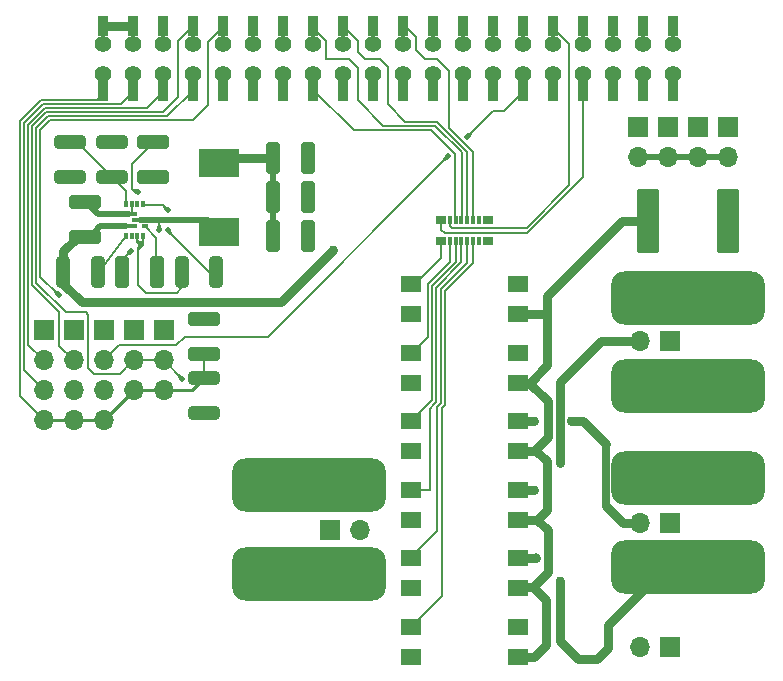
<source format=gbr>
%TF.GenerationSoftware,KiCad,Pcbnew,8.0.2*%
%TF.CreationDate,2024-06-08T15:50:04-05:00*%
%TF.ProjectId,kstars-ekos-smd,6b737461-7273-42d6-956b-6f732d736d64,rev?*%
%TF.SameCoordinates,Original*%
%TF.FileFunction,Copper,L1,Top*%
%TF.FilePolarity,Positive*%
%FSLAX46Y46*%
G04 Gerber Fmt 4.6, Leading zero omitted, Abs format (unit mm)*
G04 Created by KiCad (PCBNEW 8.0.2) date 2024-06-08 15:50:04*
%MOMM*%
%LPD*%
G01*
G04 APERTURE LIST*
G04 Aperture macros list*
%AMRoundRect*
0 Rectangle with rounded corners*
0 $1 Rounding radius*
0 $2 $3 $4 $5 $6 $7 $8 $9 X,Y pos of 4 corners*
0 Add a 4 corners polygon primitive as box body*
4,1,4,$2,$3,$4,$5,$6,$7,$8,$9,$2,$3,0*
0 Add four circle primitives for the rounded corners*
1,1,$1+$1,$2,$3*
1,1,$1+$1,$4,$5*
1,1,$1+$1,$6,$7*
1,1,$1+$1,$8,$9*
0 Add four rect primitives between the rounded corners*
20,1,$1+$1,$2,$3,$4,$5,0*
20,1,$1+$1,$4,$5,$6,$7,0*
20,1,$1+$1,$6,$7,$8,$9,0*
20,1,$1+$1,$8,$9,$2,$3,0*%
G04 Aperture macros list end*
%TA.AperFunction,Conductor*%
%ADD10C,0.152400*%
%TD*%
%TA.AperFunction,SMDPad,CuDef*%
%ADD11R,1.701800X1.397000*%
%TD*%
%TA.AperFunction,SMDPad,CuDef*%
%ADD12RoundRect,0.250000X0.325000X1.100000X-0.325000X1.100000X-0.325000X-1.100000X0.325000X-1.100000X0*%
%TD*%
%TA.AperFunction,ComponentPad*%
%ADD13O,1.700000X1.700000*%
%TD*%
%TA.AperFunction,ComponentPad*%
%ADD14R,1.700000X1.700000*%
%TD*%
%TA.AperFunction,SMDPad,CuDef*%
%ADD15RoundRect,0.250000X-0.312500X-1.075000X0.312500X-1.075000X0.312500X1.075000X-0.312500X1.075000X0*%
%TD*%
%TA.AperFunction,SMDPad,CuDef*%
%ADD16R,3.429000X2.413000*%
%TD*%
%TA.AperFunction,SMDPad,CuDef*%
%ADD17RoundRect,0.250000X1.100000X-0.325000X1.100000X0.325000X-1.100000X0.325000X-1.100000X-0.325000X0*%
%TD*%
%TA.AperFunction,SMDPad,CuDef*%
%ADD18RoundRect,1.125000X5.375000X1.125000X-5.375000X1.125000X-5.375000X-1.125000X5.375000X-1.125000X0*%
%TD*%
%TA.AperFunction,ComponentPad*%
%ADD19C,1.400000*%
%TD*%
%TA.AperFunction,SMDPad,CuDef*%
%ADD20R,0.889000X1.676400*%
%TD*%
%TA.AperFunction,SMDPad,CuDef*%
%ADD21R,0.863600X0.787400*%
%TD*%
%TA.AperFunction,SMDPad,CuDef*%
%ADD22R,0.355600X0.787400*%
%TD*%
%TA.AperFunction,SMDPad,CuDef*%
%ADD23RoundRect,0.250000X1.075000X-0.312500X1.075000X0.312500X-1.075000X0.312500X-1.075000X-0.312500X0*%
%TD*%
%TA.AperFunction,SMDPad,CuDef*%
%ADD24RoundRect,0.250000X-0.325000X-1.100000X0.325000X-1.100000X0.325000X1.100000X-0.325000X1.100000X0*%
%TD*%
%TA.AperFunction,SMDPad,CuDef*%
%ADD25RoundRect,0.250000X-1.100000X0.325000X-1.100000X-0.325000X1.100000X-0.325000X1.100000X0.325000X0*%
%TD*%
%TA.AperFunction,SMDPad,CuDef*%
%ADD26R,1.397000X0.355600*%
%TD*%
%TA.AperFunction,SMDPad,CuDef*%
%ADD27R,0.330200X0.609600*%
%TD*%
%TA.AperFunction,SMDPad,CuDef*%
%ADD28R,0.609600X0.330200*%
%TD*%
%TA.AperFunction,SMDPad,CuDef*%
%ADD29RoundRect,0.250000X0.312500X1.075000X-0.312500X1.075000X-0.312500X-1.075000X0.312500X-1.075000X0*%
%TD*%
%TA.AperFunction,SMDPad,CuDef*%
%ADD30RoundRect,0.250000X-0.712500X-2.475000X0.712500X-2.475000X0.712500X2.475000X-0.712500X2.475000X0*%
%TD*%
%TA.AperFunction,SMDPad,CuDef*%
%ADD31RoundRect,1.125000X-5.375000X-1.125000X5.375000X-1.125000X5.375000X1.125000X-5.375000X1.125000X0*%
%TD*%
%TA.AperFunction,ViaPad*%
%ADD32C,0.508000*%
%TD*%
%TA.AperFunction,ViaPad*%
%ADD33C,0.800000*%
%TD*%
%TA.AperFunction,ViaPad*%
%ADD34C,0.750000*%
%TD*%
%TA.AperFunction,Conductor*%
%ADD35C,0.500000*%
%TD*%
%TA.AperFunction,Conductor*%
%ADD36C,0.750000*%
%TD*%
%TA.AperFunction,Conductor*%
%ADD37C,0.250000*%
%TD*%
%TA.AperFunction,Conductor*%
%ADD38C,0.650000*%
%TD*%
G04 APERTURE END LIST*
D10*
%TO.N,Net-(U1-EN)*%
X148183600Y-97561400D02*
X150418800Y-94513400D01*
%TD*%
D11*
%TO.P,U2,1,1*%
%TO.N,DC1*%
X174591500Y-110143600D03*
%TO.P,U2,2,2*%
%TO.N,GND*%
X174591500Y-112683600D03*
%TO.P,U2,3,3*%
%TO.N,+12V*%
X183608500Y-112683600D03*
%TO.P,U2,4,4*%
%TO.N,Net-(C10-Positive)*%
X183608500Y-110143600D03*
%TD*%
%TO.P,U3,1,1*%
%TO.N,DC2*%
X174591500Y-115943600D03*
%TO.P,U3,2,2*%
%TO.N,GND*%
X174591500Y-118483600D03*
%TO.P,U3,3,3*%
%TO.N,+12V*%
X183608500Y-118483600D03*
%TO.P,U3,4,4*%
%TO.N,Net-(C11-Positive)*%
X183608500Y-115943600D03*
%TD*%
%TO.P,U5,1,1*%
%TO.N,DCX*%
X174591500Y-127543600D03*
%TO.P,U5,2,2*%
%TO.N,GND*%
X174591500Y-130083600D03*
%TO.P,U5,3,3*%
%TO.N,+12V*%
X183608500Y-130083600D03*
%TO.P,U5,4,4*%
%TO.N,Net-(H5-Pad1)*%
X183608500Y-127543600D03*
%TD*%
%TO.P,U6,1,1*%
%TO.N,DH1*%
X174591500Y-98543600D03*
%TO.P,U6,2,2*%
%TO.N,GND*%
X174591500Y-101083600D03*
%TO.P,U6,3,3*%
%TO.N,+12V*%
X183608500Y-101083600D03*
%TO.P,U6,4,4*%
%TO.N,Net-(C8-Positive)*%
X183608500Y-98543600D03*
%TD*%
D12*
%TO.P,C4,1*%
%TO.N,GND*%
X165827000Y-94486000D03*
%TO.P,C4,2*%
%TO.N,+5V*%
X162877000Y-94486000D03*
%TD*%
D13*
%TO.P,H2,1,1*%
%TO.N,+5V*%
X196342000Y-87752000D03*
D14*
%TO.P,H2,2,2*%
%TO.N,GND*%
X196342000Y-85212000D03*
%TD*%
D15*
%TO.P,R1,1*%
%TO.N,+12V*%
X145156980Y-97547000D03*
%TO.P,R1,2*%
%TO.N,Net-(U1-EN)*%
X148081980Y-97547000D03*
%TD*%
D13*
%TO.P,C9,1,Positive*%
%TO.N,Net-(C9-Positive)*%
X170254000Y-119400000D03*
D14*
%TO.P,C9,2,Ground*%
%TO.N,GND*%
X167714000Y-119400000D03*
%TD*%
D13*
%TO.P,C11,1,Positive*%
%TO.N,Net-(C11-Positive)*%
X193934000Y-103378000D03*
D14*
%TO.P,C11,2,Ground*%
%TO.N,GND*%
X196474000Y-103378000D03*
%TD*%
D16*
%TO.P,L1,1,1*%
%TO.N,Net-(U1-SW)*%
X158352000Y-94107000D03*
%TO.P,L1,2,2*%
%TO.N,+5V*%
X158352000Y-88265000D03*
%TD*%
D13*
%TO.P,H1,1,1*%
%TO.N,+5V*%
X193818000Y-87752000D03*
D14*
%TO.P,H1,2,2*%
%TO.N,GND*%
X193818000Y-85212000D03*
%TD*%
D13*
%TO.P,H4,1,1*%
%TO.N,+5V*%
X201390000Y-87752000D03*
D14*
%TO.P,H4,2,2*%
%TO.N,GND*%
X201390000Y-85212000D03*
%TD*%
D13*
%TO.P,C10,1,Positive*%
%TO.N,Net-(C10-Positive)*%
X193934000Y-118800000D03*
D14*
%TO.P,C10,2,Ground*%
%TO.N,GND*%
X196474000Y-118800000D03*
%TD*%
D12*
%TO.P,C6,1*%
%TO.N,GND*%
X165827000Y-91186000D03*
%TO.P,C6,2*%
%TO.N,+5V*%
X162877000Y-91186000D03*
%TD*%
D17*
%TO.P,C2,1*%
%TO.N,GND*%
X152726000Y-89486800D03*
%TO.P,C2,2*%
%TO.N,unconnected-(C2-Pad2)*%
X152726000Y-86536800D03*
%TD*%
D18*
%TO.P,C12,2,Ground*%
%TO.N,GND*%
X198000000Y-115000000D03*
%TO.P,C12,1,Positive*%
%TO.N,Net-(C12-Positive)*%
X198000000Y-122500000D03*
%TD*%
D13*
%TO.P,H5,1,1*%
%TO.N,Net-(H5-Pad1)*%
X193934000Y-129286000D03*
D14*
%TO.P,H5,2,2*%
%TO.N,GND*%
X196474000Y-129286000D03*
%TD*%
D19*
%TO.P,J1,*%
%TO.N,+5V*%
X148470000Y-78180000D03*
%TO.N,+3V3*%
X148470000Y-80720000D03*
%TO.N,+5V*%
X151010000Y-78180000D03*
%TO.N,SDA i2c*%
X151010000Y-80720000D03*
%TO.N,GND*%
X153550000Y-78180000D03*
%TO.N,SCL i2c*%
X153550000Y-80720000D03*
%TO.N,TXD*%
X156090000Y-78180000D03*
%TO.N,Net-(J1-GCLK0{slash}GPIO4)*%
X156090000Y-80720000D03*
%TO.N,RXD*%
X158630000Y-78180000D03*
%TO.N,GND*%
X158630000Y-80720000D03*
%TO.N,*%
X161170000Y-78180000D03*
X161170000Y-80720000D03*
%TO.N,GND*%
X163710000Y-78180000D03*
%TO.N,*%
X163710000Y-80720000D03*
%TO.N,DC_2*%
X166250000Y-78180000D03*
%TO.N,DC_1*%
X166250000Y-80720000D03*
%TO.N,DC_3*%
X168790000Y-78180000D03*
%TO.N,*%
X168790000Y-80720000D03*
%TO.N,GND*%
X171330000Y-78180000D03*
%TO.N,*%
X171330000Y-80720000D03*
X173870000Y-78180000D03*
X173870000Y-80720000D03*
X176410000Y-78180000D03*
X176410000Y-80720000D03*
X178950000Y-78180000D03*
%TO.N,GND*%
X178950000Y-80720000D03*
%TO.N,*%
X181490000Y-78180000D03*
X181490000Y-80720000D03*
%TO.N,GND*%
X184030000Y-78180000D03*
%TO.N,Net-(J1-GCLK1{slash}GPIO5)*%
X184030000Y-80720000D03*
%TO.N,Dew Heater 2*%
X186570000Y-78180000D03*
%TO.N,*%
X186570000Y-80720000D03*
%TO.N,GND*%
X189110000Y-78180000D03*
%TO.N,Dew Heater 1*%
X189110000Y-80720000D03*
%TO.N,*%
X191650000Y-78180000D03*
X191650000Y-80720000D03*
X194190000Y-78180000D03*
X194190000Y-80720000D03*
%TO.N,unconnected-(J1-GPIO21{slash}SCLK1-Pad40)*%
X196730000Y-78180000D03*
%TO.N,GND*%
X196730000Y-80720000D03*
D20*
%TO.P,J1,1,3V3*%
%TO.N,+3V3*%
X148470000Y-82167800D03*
%TO.P,J1,2,5V*%
%TO.N,+5V*%
X148470000Y-76732200D03*
%TO.P,J1,3,SDA/GPIO2*%
%TO.N,SDA i2c*%
X151010000Y-82167800D03*
%TO.P,J1,4,5V*%
%TO.N,+5V*%
X151010000Y-76732200D03*
%TO.P,J1,5,SCL/GPIO3*%
%TO.N,SCL i2c*%
X153550000Y-82167800D03*
%TO.P,J1,6,GND*%
%TO.N,GND*%
X153550000Y-76732200D03*
%TO.P,J1,7,GCLK0/GPIO4*%
%TO.N,Net-(J1-GCLK0{slash}GPIO4)*%
X156090000Y-82167800D03*
%TO.P,J1,8,GPIO14/TXD*%
%TO.N,TXD*%
X156090000Y-76732200D03*
%TO.P,J1,9,GND*%
%TO.N,GND*%
X158630000Y-82167800D03*
%TO.P,J1,10,GPIO15/RXD*%
%TO.N,RXD*%
X158630000Y-76732200D03*
%TO.P,J1,11,GPIO17*%
%TO.N,unconnected-(J1-GPIO17-Pad11)*%
X161170000Y-82167800D03*
%TO.P,J1,12,GPIO18/PWM0*%
%TO.N,unconnected-(J1-GPIO18{slash}PWM0-Pad12)*%
X161170000Y-76732200D03*
%TO.P,J1,13,GPIO27*%
%TO.N,unconnected-(J1-GPIO27-Pad13)*%
X163710000Y-82167800D03*
%TO.P,J1,14,GND*%
%TO.N,GND*%
X163710000Y-76732200D03*
%TO.P,J1,15,GPIO22*%
%TO.N,DC_1*%
X166250000Y-82167800D03*
%TO.P,J1,16,GPIO23*%
%TO.N,DC_2*%
X166250000Y-76732200D03*
%TO.P,J1,17,3V3*%
%TO.N,unconnected-(J1-3V3-Pad17)*%
X168790000Y-82167800D03*
%TO.P,J1,18,GPIO24*%
%TO.N,DC_3*%
X168790000Y-76732200D03*
%TO.P,J1,19,MOSI0/GPIO10*%
%TO.N,unconnected-(J1-MOSI0{slash}GPIO10-Pad19)*%
X171330000Y-82167800D03*
%TO.P,J1,20,GND*%
%TO.N,GND*%
X171330000Y-76732200D03*
%TO.P,J1,21,MISO0/GPIO9*%
%TO.N,unconnected-(J1-MISO0{slash}GPIO9-Pad21)*%
X173870000Y-82167800D03*
%TO.P,J1,22,GPIO25*%
%TO.N,DC_X*%
X173870000Y-76732200D03*
%TO.P,J1,23,SCLK0/GPIO11*%
%TO.N,unconnected-(J1-SCLK0{slash}GPIO11-Pad23)*%
X176410000Y-82167800D03*
%TO.P,J1,24,~{CE0}/GPIO8*%
%TO.N,unconnected-(J1-~{CE0}{slash}GPIO8-Pad24)*%
X176410000Y-76732200D03*
%TO.P,J1,25,GND*%
%TO.N,GND*%
X178950000Y-82167800D03*
%TO.P,J1,26,~{CE1}/GPIO7*%
%TO.N,unconnected-(J1-~{CE1}{slash}GPIO7-Pad26)*%
X178950000Y-76732200D03*
%TO.P,J1,27,ID_SD/GPIO0*%
%TO.N,unconnected-(J1-ID_SD{slash}GPIO0-Pad27)*%
X181490000Y-82167800D03*
%TO.P,J1,28,ID_SC/GPIO1*%
%TO.N,unconnected-(J1-ID_SC{slash}GPIO1-Pad28)*%
X181490000Y-76732200D03*
%TO.P,J1,29,GCLK1/GPIO5*%
%TO.N,Net-(J1-GCLK1{slash}GPIO5)*%
X184030000Y-82167800D03*
%TO.P,J1,30,GND*%
%TO.N,GND*%
X184030000Y-76732200D03*
%TO.P,J1,31,GCLK2/GPIO6*%
%TO.N,unconnected-(J1-GCLK2{slash}GPIO6-Pad31)*%
X186570000Y-82167800D03*
%TO.P,J1,32,PWM0/GPIO12*%
%TO.N,Dew Heater 2*%
X186570000Y-76732200D03*
%TO.P,J1,33,PWM1/GPIO13*%
%TO.N,Dew Heater 1*%
X189110000Y-82167800D03*
%TO.P,J1,34,GND*%
%TO.N,GND*%
X189110000Y-76732200D03*
%TO.P,J1,35,GPIO19/MISO1*%
%TO.N,unconnected-(J1-GPIO19{slash}MISO1-Pad35)*%
X191650000Y-82167800D03*
%TO.P,J1,36,GPIO16*%
%TO.N,unconnected-(J1-GPIO16-Pad36)*%
X191650000Y-76732200D03*
%TO.P,J1,37,GPIO26*%
%TO.N,unconnected-(J1-GPIO26-Pad37)*%
X194190000Y-82167800D03*
%TO.P,J1,38,GPIO20/MOSI1*%
%TO.N,unconnected-(J1-GPIO20{slash}MOSI1-Pad38)*%
X194190000Y-76732200D03*
%TO.P,J1,39,GND*%
%TO.N,GND*%
X196730000Y-82167800D03*
%TO.P,J1,40,GPIO21/SCLK1*%
%TO.N,unconnected-(J1-GPIO21{slash}SCLK1-Pad40)*%
X196730000Y-76732200D03*
%TD*%
D21*
%TO.P,R6,1*%
%TO.N,unconnected-(R6-Pad1)*%
X181081200Y-93099200D03*
D22*
%TO.P,R6,2*%
%TO.N,unconnected-(R6-Pad2)*%
X180333678Y-93099200D03*
%TO.P,R6,3*%
%TO.N,DC_X*%
X179840156Y-93099200D03*
%TO.P,R6,4*%
%TO.N,DC_3*%
X179346634Y-93099200D03*
%TO.P,R6,5*%
%TO.N,DC_2*%
X178853112Y-93099200D03*
%TO.P,R6,6*%
%TO.N,DC_1*%
X178359590Y-93099200D03*
%TO.P,R6,7*%
%TO.N,Dew Heater 2*%
X177866068Y-93099200D03*
D21*
%TO.P,R6,8*%
%TO.N,Dew Heater 1*%
X177118800Y-93099200D03*
%TO.P,R6,9*%
%TO.N,DH1*%
X177118800Y-94928000D03*
D22*
%TO.P,R6,10*%
%TO.N,DH2*%
X177866068Y-94928000D03*
%TO.P,R6,11*%
%TO.N,DC1*%
X178359590Y-94928000D03*
%TO.P,R6,12*%
%TO.N,DC2*%
X178853112Y-94928000D03*
%TO.P,R6,13*%
%TO.N,DC3*%
X179346634Y-94928000D03*
%TO.P,R6,14*%
%TO.N,DCX*%
X179840156Y-94928000D03*
%TO.P,R6,15*%
%TO.N,unconnected-(R6-Pad15)*%
X180333678Y-94928000D03*
D21*
%TO.P,R6,16*%
%TO.N,unconnected-(R6-Pad16)*%
X181081200Y-94928000D03*
%TD*%
D14*
%TO.P,J4,1,Pin_1*%
%TO.N,GND*%
X151100000Y-102474000D03*
D13*
%TO.P,J4,2,Pin_2*%
%TO.N,Net-(J1-GCLK0{slash}GPIO4)*%
X151100000Y-105014000D03*
%TO.P,J4,3,Pin_3*%
%TO.N,+3V3*%
X151100000Y-107554000D03*
%TD*%
D18*
%TO.P,C13,1,Positive*%
%TO.N,Net-(C13-Positive)*%
X198000000Y-107200000D03*
%TO.P,C13,2,Ground*%
%TO.N,GND*%
X198000000Y-99700000D03*
%TD*%
D17*
%TO.P,C5,1*%
%TO.N,+3V3*%
X157060000Y-104449000D03*
%TO.P,C5,2*%
%TO.N,GND*%
X157060000Y-101499000D03*
%TD*%
D14*
%TO.P,J3,1,Pin_1*%
%TO.N,GND*%
X146020000Y-102474000D03*
D13*
%TO.P,J3,2,Pin_2*%
%TO.N,TXD*%
X146020000Y-105014000D03*
%TO.P,J3,3,Pin_3*%
%TO.N,RXD*%
X146020000Y-107554000D03*
%TO.P,J3,4,Pin_4*%
%TO.N,+3V3*%
X146020000Y-110094000D03*
%TD*%
D23*
%TO.P,R4,1*%
%TO.N,Net-(U1-FB)*%
X149226000Y-89474300D03*
%TO.P,R4,2*%
%TO.N,GND*%
X149226000Y-86549300D03*
%TD*%
D24*
%TO.P,C3,1*%
%TO.N,Net-(U1-SW)*%
X150144480Y-97547000D03*
%TO.P,C3,2*%
%TO.N,Net-(U1-BST)*%
X153094480Y-97547000D03*
%TD*%
D25*
%TO.P,C1,1*%
%TO.N,GND*%
X147007000Y-91572000D03*
%TO.P,C1,2*%
%TO.N,+12V*%
X147007000Y-94522000D03*
%TD*%
D13*
%TO.P,H3,1,1*%
%TO.N,+5V*%
X198866000Y-87752000D03*
D14*
%TO.P,H3,2,2*%
%TO.N,GND*%
X198866000Y-85212000D03*
%TD*%
D26*
%TO.P,U1,1,PGND*%
%TO.N,GND*%
X150719500Y-92647000D03*
%TO.P,U1,2,VIN*%
%TO.N,+12V*%
X150719500Y-93647000D03*
D27*
%TO.P,U1,3,EN*%
%TO.N,Net-(U1-EN)*%
X150419489Y-94497000D03*
%TO.P,U1,4,MODE*%
%TO.N,unconnected-(U1-MODE-Pad4)*%
X150919490Y-94497000D03*
%TO.P,U1,5,FSEL*%
%TO.N,unconnected-(C2-Pad2)*%
X151419490Y-94497000D03*
%TO.P,U1,6,PG*%
X151919491Y-94497000D03*
D28*
%TO.P,U1,7,BST*%
%TO.N,Net-(U1-BST)*%
X152022666Y-93659701D03*
D26*
%TO.P,U1,8,SW*%
%TO.N,Net-(U1-SW)*%
X151619480Y-93147000D03*
D27*
%TO.P,U1,9,VCC*%
%TO.N,Net-(U1-VCC)*%
X151919491Y-91797000D03*
%TO.P,U1,10,SS/TR*%
%TO.N,unconnected-(U1-SS{slash}TR-Pad10)*%
X151419490Y-91797000D03*
%TO.P,U1,11,GND*%
%TO.N,GND*%
X150919490Y-91797000D03*
%TO.P,U1,12,FB*%
%TO.N,Net-(U1-FB)*%
X150419489Y-91797000D03*
%TD*%
D23*
%TO.P,R3,1*%
%TO.N,Net-(J1-GCLK0{slash}GPIO4)*%
X157060000Y-109436500D03*
%TO.P,R3,2*%
%TO.N,+3V3*%
X157060000Y-106511500D03*
%TD*%
D29*
%TO.P,R2,1*%
%TO.N,Net-(U1-VCC)*%
X158081980Y-97547000D03*
%TO.P,R2,2*%
%TO.N,unconnected-(C2-Pad2)*%
X155156980Y-97547000D03*
%TD*%
D30*
%TO.P,F1,1*%
%TO.N,+12V*%
X194612500Y-93218000D03*
%TO.P,F1,2*%
%TO.N,Net-(C13-Positive)*%
X201387500Y-93218000D03*
%TD*%
D14*
%TO.P,J6,1,Pin_1*%
%TO.N,GND*%
X143480000Y-102474000D03*
D13*
%TO.P,J6,2,Pin_2*%
%TO.N,SCL i2c*%
X143480000Y-105014000D03*
%TO.P,J6,3,Pin_3*%
%TO.N,SDA i2c*%
X143480000Y-107554000D03*
%TO.P,J6,4,Pin_4*%
%TO.N,+3V3*%
X143480000Y-110094000D03*
%TD*%
D14*
%TO.P,J2,1,Pin_1*%
%TO.N,GND*%
X153640000Y-102474000D03*
D13*
%TO.P,J2,2,Pin_2*%
%TO.N,Net-(J1-GCLK0{slash}GPIO4)*%
X153640000Y-105014000D03*
%TO.P,J2,3,Pin_3*%
%TO.N,+3V3*%
X153640000Y-107554000D03*
%TD*%
D12*
%TO.P,C7,1*%
%TO.N,GND*%
X165827000Y-87886000D03*
%TO.P,C7,2*%
%TO.N,+5V*%
X162877000Y-87886000D03*
%TD*%
D11*
%TO.P,U4,1,1*%
%TO.N,DC3*%
X174591500Y-121743600D03*
%TO.P,U4,2,2*%
%TO.N,GND*%
X174591500Y-124283600D03*
%TO.P,U4,3,3*%
%TO.N,+12V*%
X183608500Y-124283600D03*
%TO.P,U4,4,4*%
%TO.N,Net-(C12-Positive)*%
X183608500Y-121743600D03*
%TD*%
D14*
%TO.P,J5,1,Pin_1*%
%TO.N,GND*%
X148560000Y-102474000D03*
D13*
%TO.P,J5,2,Pin_2*%
%TO.N,Net-(J1-GCLK1{slash}GPIO5)*%
X148560000Y-105014000D03*
%TO.P,J5,3,Pin_3*%
%TO.N,unconnected-(J5-Pin_3-Pad3)*%
X148560000Y-107554000D03*
%TO.P,J5,4,Pin_4*%
%TO.N,+3V3*%
X148560000Y-110094000D03*
%TD*%
D11*
%TO.P,U7,1,1*%
%TO.N,DH2*%
X174591500Y-104343600D03*
%TO.P,U7,2,2*%
%TO.N,GND*%
X174591500Y-106883600D03*
%TO.P,U7,3,3*%
%TO.N,+12V*%
X183608500Y-106883600D03*
%TO.P,U7,4,4*%
%TO.N,Net-(C9-Positive)*%
X183608500Y-104343600D03*
%TD*%
D31*
%TO.P,C8,1,Positive*%
%TO.N,Net-(C8-Positive)*%
X165954000Y-115600000D03*
%TO.P,C8,2,Ground*%
%TO.N,GND*%
X165954000Y-123100000D03*
%TD*%
D23*
%TO.P,R5,1*%
%TO.N,+5V*%
X145726000Y-89474300D03*
%TO.P,R5,2*%
%TO.N,Net-(U1-FB)*%
X145726000Y-86549300D03*
%TD*%
D32*
%TO.N,GND*%
X165354000Y-123100000D03*
X174591500Y-112683600D03*
X194001000Y-100868000D03*
X161954000Y-124400000D03*
X199800000Y-115000000D03*
X196201000Y-100868000D03*
X198501000Y-100868000D03*
X195101000Y-98268000D03*
X194001000Y-99568000D03*
X198700000Y-115000000D03*
X196400000Y-113700000D03*
X192801000Y-99568000D03*
X197401000Y-100868000D03*
X167554000Y-121800000D03*
X195101000Y-99568000D03*
X197401000Y-98268000D03*
X198700000Y-113700000D03*
X198700000Y-116300000D03*
X199601000Y-100868000D03*
X166454000Y-123100000D03*
X170954000Y-124400000D03*
X192801000Y-100868000D03*
X165813000Y-94010000D03*
X200801000Y-100868000D03*
X197600000Y-115000000D03*
X169854000Y-123100000D03*
X199601000Y-99568000D03*
X170954000Y-121800000D03*
X203001000Y-98268000D03*
X164154000Y-121800000D03*
X165354000Y-124400000D03*
X196201000Y-98268000D03*
X169854000Y-121800000D03*
X201901000Y-100868000D03*
X194200000Y-113700000D03*
X161954000Y-121800000D03*
X194200000Y-115000000D03*
X194001000Y-98268000D03*
X195101000Y-100868000D03*
X170954000Y-123100000D03*
X195300000Y-116300000D03*
X160754000Y-121800000D03*
X203001000Y-99568000D03*
X196400000Y-115000000D03*
X160754000Y-124400000D03*
X167554000Y-124400000D03*
X174591500Y-130083600D03*
X165827000Y-87886000D03*
X202100000Y-113700000D03*
X199800000Y-113700000D03*
X174591500Y-124283600D03*
X203001000Y-100868000D03*
X197600000Y-116300000D03*
X195300000Y-115000000D03*
X202100000Y-115000000D03*
X201901000Y-98268000D03*
X174591500Y-106883600D03*
X168754000Y-124400000D03*
X167554000Y-123100000D03*
X201000000Y-116300000D03*
X164154000Y-124400000D03*
X199800000Y-116300000D03*
X200801000Y-99568000D03*
X203200000Y-113700000D03*
X203200000Y-115000000D03*
X163054000Y-123100000D03*
D33*
X146989800Y-91567000D03*
D32*
X196400000Y-116300000D03*
X157060000Y-101499000D03*
X193000000Y-116300000D03*
X195300000Y-113700000D03*
X174591500Y-118483600D03*
X202100000Y-116300000D03*
X169854000Y-124400000D03*
X165354000Y-121800000D03*
X194200000Y-116300000D03*
X168754000Y-123100000D03*
X197600000Y-113700000D03*
X203200000Y-116300000D03*
X166454000Y-121800000D03*
X200801000Y-98268000D03*
X201000000Y-113700000D03*
X192801000Y-98268000D03*
X168754000Y-121800000D03*
X174591500Y-101083600D03*
X161954000Y-123100000D03*
X198501000Y-99568000D03*
X199601000Y-98268000D03*
X193000000Y-113700000D03*
X198501000Y-98268000D03*
X152726000Y-89486800D03*
X201000000Y-115000000D03*
X160754000Y-123100000D03*
X165827000Y-91186000D03*
X201901000Y-99568000D03*
X197401000Y-99568000D03*
X196201000Y-99568000D03*
X163054000Y-121800000D03*
X149226000Y-86549300D03*
X166454000Y-124400000D03*
X163054000Y-124400000D03*
X164154000Y-123100000D03*
X193000000Y-115000000D03*
D34*
%TO.N,+12V*%
X194612500Y-93218000D03*
X167983018Y-95694382D03*
D32*
%TO.N,Net-(U1-VCC)*%
X154012900Y-92303600D03*
X154012900Y-93975351D03*
%TO.N,+5V*%
X145669000Y-89458800D03*
X148463000Y-76708000D03*
D34*
X158352000Y-88265000D03*
X162877000Y-87886000D03*
D32*
%TO.N,Net-(J1-GCLK0{slash}GPIO4)*%
X155168600Y-106603800D03*
X157073600Y-109440600D03*
%TO.N,unconnected-(C2-Pad2)*%
X151501500Y-90728800D03*
X151688800Y-95240500D03*
%TO.N,Net-(J1-GCLK1{slash}GPIO5)*%
X177741852Y-87704136D03*
X179349400Y-86106000D03*
%TO.N,RXD*%
X144754600Y-99491800D03*
%TO.N,Net-(U1-SW)*%
X150830500Y-95758000D03*
X153276649Y-93975351D03*
%TO.N,Net-(C13-Positive)*%
X195100000Y-107188000D03*
X196200000Y-108488000D03*
X197400000Y-108488000D03*
X200800000Y-108488000D03*
X196200000Y-105888000D03*
X199600000Y-108488000D03*
X195100000Y-108488000D03*
X192800000Y-105888000D03*
X201900000Y-107188000D03*
X192800000Y-108488000D03*
X194000000Y-105888000D03*
X203000000Y-108488000D03*
X194000000Y-107188000D03*
X195100000Y-105888000D03*
X201900000Y-108488000D03*
X194000000Y-108488000D03*
X192800000Y-107188000D03*
X197400000Y-105888000D03*
X199600000Y-105888000D03*
X198500000Y-107188000D03*
X198500000Y-108488000D03*
X200800000Y-107188000D03*
X198500000Y-105888000D03*
X197400000Y-107188000D03*
X203000000Y-107188000D03*
X201900000Y-105888000D03*
X199600000Y-107188000D03*
X203000000Y-105888000D03*
X200800000Y-105888000D03*
X196200000Y-107188000D03*
D34*
X201387500Y-93218000D03*
D32*
%TO.N,Net-(C12-Positive)*%
X197500000Y-121200000D03*
X199700000Y-121200000D03*
X192900000Y-121200000D03*
D33*
X185129400Y-121743600D03*
D32*
X203100000Y-121200000D03*
X203100000Y-123800000D03*
X200900000Y-122500000D03*
X196300000Y-121200000D03*
X198600000Y-122500000D03*
D34*
X187200000Y-123698000D03*
D32*
X195200000Y-122500000D03*
X197500000Y-123800000D03*
X195200000Y-121200000D03*
X196300000Y-123800000D03*
X202000000Y-123800000D03*
X199700000Y-123800000D03*
X200900000Y-121200000D03*
X195200000Y-123800000D03*
X203100000Y-122500000D03*
X202000000Y-121200000D03*
X202000000Y-122500000D03*
X194100000Y-121200000D03*
X192900000Y-123800000D03*
X194100000Y-123800000D03*
X197500000Y-122500000D03*
X194100000Y-122500000D03*
X198600000Y-123800000D03*
X200900000Y-123800000D03*
X199700000Y-122500000D03*
X192900000Y-122500000D03*
X198600000Y-121200000D03*
X196300000Y-122500000D03*
D34*
%TO.N,Net-(C11-Positive)*%
X187198000Y-113665000D03*
X184970600Y-115943600D03*
%TO.N,Net-(H5-Pad1)*%
X183515000Y-127635000D03*
%TO.N,Net-(C10-Positive)*%
X185012600Y-110143600D03*
X188148000Y-110109000D03*
D32*
%TO.N,Net-(C9-Positive)*%
X183608500Y-104343600D03*
%TO.N,Net-(C8-Positive)*%
X167554000Y-116900000D03*
X160754000Y-116900000D03*
X169854000Y-115600000D03*
X170954000Y-115600000D03*
X166454000Y-115600000D03*
X164154000Y-115600000D03*
X165354000Y-114300000D03*
X169854000Y-116900000D03*
X166454000Y-116900000D03*
X167554000Y-114300000D03*
X167554000Y-115600000D03*
X170954000Y-116900000D03*
X161954000Y-116900000D03*
X165354000Y-115600000D03*
X160754000Y-115600000D03*
X170954000Y-114300000D03*
X160754000Y-114300000D03*
X168754000Y-115600000D03*
X164154000Y-114300000D03*
X165354000Y-116900000D03*
X169854000Y-114300000D03*
X161954000Y-115600000D03*
X183608500Y-98543600D03*
X168754000Y-116900000D03*
X163054000Y-114300000D03*
X164154000Y-116900000D03*
X163054000Y-116900000D03*
X168754000Y-114300000D03*
X161954000Y-114300000D03*
X163054000Y-115600000D03*
X166454000Y-114300000D03*
D34*
%TO.N,Net-(C13-Positive)*%
X198000000Y-107200000D03*
%TD*%
D35*
%TO.N,GND*%
X150719500Y-92647000D02*
X148082000Y-92647000D01*
X148082000Y-92647000D02*
X147002000Y-91567000D01*
D10*
X150919490Y-92447010D02*
X150919490Y-91797000D01*
X150719500Y-92647000D02*
X150919490Y-92447010D01*
D36*
%TO.N,+12V*%
X186182000Y-108467703D02*
X184597897Y-106883600D01*
X184894000Y-124206000D02*
X183578500Y-124206000D01*
X183608500Y-112683600D02*
X185200600Y-112683600D01*
X192455800Y-93218000D02*
X194612500Y-93218000D01*
X186182000Y-119380000D02*
X186182000Y-122918000D01*
X185200600Y-112683600D02*
X186055000Y-113538000D01*
X183608500Y-101083600D02*
X186104900Y-101083600D01*
X186182000Y-111490976D02*
X186182000Y-108467703D01*
X185285600Y-118483600D02*
X186182000Y-119380000D01*
X185016400Y-130083600D02*
X183608500Y-130083600D01*
D35*
X147396000Y-94522000D02*
X148271000Y-93647000D01*
D36*
X186000000Y-125312000D02*
X186000000Y-129100000D01*
X184597897Y-106883600D02*
X183608500Y-106883600D01*
X167983018Y-95694382D02*
X163576000Y-100101400D01*
X186055000Y-117714200D02*
X185285600Y-118483600D01*
X184894000Y-124206000D02*
X186000000Y-125312000D01*
X145156980Y-98547980D02*
X145156980Y-95762020D01*
X163576000Y-100101400D02*
X146710400Y-100101400D01*
X145156980Y-95762020D02*
X146397000Y-94522000D01*
X183608500Y-112683600D02*
X184989376Y-112683600D01*
X186055000Y-113538000D02*
X186055000Y-117714200D01*
X186104900Y-101083600D02*
X186104900Y-99568900D01*
X183608500Y-106883600D02*
X184632200Y-106883600D01*
X184989376Y-112683600D02*
X186182000Y-111490976D01*
D35*
X148271000Y-93647000D02*
X150470980Y-93647000D01*
D36*
X186182000Y-122918000D02*
X184894000Y-124206000D01*
X146710400Y-100101400D02*
X145156980Y-98547980D01*
X186104900Y-99568900D02*
X192455800Y-93218000D01*
X186104900Y-105410900D02*
X186104900Y-101083600D01*
X184632200Y-106883600D02*
X186104900Y-105410900D01*
X183608500Y-118483600D02*
X185285600Y-118483600D01*
X186000000Y-129100000D02*
X185016400Y-130083600D01*
D10*
%TO.N,Net-(U1-VCC)*%
X153543000Y-91821000D02*
X151947995Y-91821000D01*
X154012900Y-93975351D02*
X154012900Y-94051551D01*
X154025600Y-92303600D02*
X153543000Y-91821000D01*
X154012900Y-94051551D02*
X157618000Y-97656651D01*
%TO.N,Dew Heater 2*%
X177866068Y-93624141D02*
X177866068Y-93099200D01*
X187960000Y-90170000D02*
X184360900Y-93769100D01*
X184360900Y-93769100D02*
X178011027Y-93769100D01*
X186611906Y-76841350D02*
X187960000Y-78189444D01*
X187960000Y-78189444D02*
X187960000Y-90170000D01*
X178011027Y-93769100D02*
X177866068Y-93624141D01*
%TO.N,Dew Heater 1*%
X189110000Y-82167800D02*
X189110000Y-89518368D01*
X177419000Y-94234000D02*
X177118800Y-93933800D01*
X177118800Y-93933800D02*
X177118800Y-93099200D01*
X184394368Y-94234000D02*
X177419000Y-94234000D01*
X189110000Y-89518368D02*
X184394368Y-94234000D01*
%TO.N,DC_X*%
X175006000Y-78740000D02*
X175768000Y-79502000D01*
X173988500Y-76579500D02*
X175006000Y-77597000D01*
X175768000Y-79502000D02*
X176812556Y-79502000D01*
X177800000Y-85319142D02*
X179840156Y-87359298D01*
X177800000Y-80489444D02*
X177800000Y-85319142D01*
X175006000Y-77597000D02*
X175006000Y-78740000D01*
X179840156Y-87359298D02*
X179840156Y-93099200D01*
X176812556Y-79502000D02*
X177800000Y-80489444D01*
%TO.N,DC_3*%
X171958000Y-79502000D02*
X172593000Y-80137000D01*
X172593000Y-80137000D02*
X172593000Y-83312000D01*
X170683844Y-79502000D02*
X171958000Y-79502000D01*
X168789350Y-76708000D02*
X170053000Y-77971650D01*
X179346634Y-87364144D02*
X179346634Y-93099200D01*
X170053000Y-77971650D02*
X170053000Y-78871156D01*
X172593000Y-83312000D02*
X174098000Y-84817000D01*
X174098000Y-84817000D02*
X176799490Y-84817000D01*
X176799490Y-84817000D02*
X179346634Y-87364144D01*
X170053000Y-78871156D02*
X170683844Y-79502000D01*
%TO.N,DC_2*%
X172240600Y-85169400D02*
X176653521Y-85169400D01*
X170053000Y-82981800D02*
X172240600Y-85169400D01*
X170053000Y-80264000D02*
X170053000Y-82981800D01*
X169291000Y-79502000D02*
X170053000Y-80264000D01*
X176653521Y-85169400D02*
X178866800Y-87382679D01*
X167386000Y-79502000D02*
X169291000Y-79502000D01*
X178866800Y-87382679D02*
X178866800Y-93085512D01*
X166284056Y-76833500D02*
X167386000Y-77935444D01*
X167386000Y-77935444D02*
X167386000Y-79502000D01*
%TO.N,DC_1*%
X178346188Y-87558655D02*
X178346188Y-93085798D01*
X166370000Y-82169000D02*
X169722800Y-85521800D01*
X176309333Y-85521800D02*
X178346188Y-87558655D01*
X169722800Y-85521800D02*
X176309333Y-85521800D01*
D36*
%TO.N,+5V*%
X148470000Y-76732200D02*
X151010000Y-76732200D01*
D35*
X196342000Y-87752000D02*
X198866000Y-87752000D01*
D36*
X158707600Y-87909400D02*
X162853600Y-87909400D01*
D35*
X198866000Y-87752000D02*
X201390000Y-87752000D01*
X162863000Y-87900000D02*
X162863000Y-94472000D01*
X193818000Y-87752000D02*
X196342000Y-87752000D01*
D10*
%TO.N,Net-(U1-FB)*%
X149226000Y-89474300D02*
X146301000Y-86549300D01*
X150419489Y-90667789D02*
X149226000Y-89474300D01*
X150419489Y-91797000D02*
X150419489Y-90667789D01*
%TO.N,Net-(J1-GCLK0{slash}GPIO4)*%
X155182852Y-106556852D02*
X153640000Y-105014000D01*
X155182852Y-106618790D02*
X155182852Y-106556852D01*
X156083000Y-82175350D02*
X153918950Y-84339400D01*
X143850704Y-84339400D02*
X142846400Y-85343704D01*
X147726400Y-106146600D02*
X149936200Y-106146600D01*
X145374600Y-100950000D02*
X147036000Y-100950000D01*
X142846400Y-85343704D02*
X142846400Y-98421800D01*
X153918950Y-84339400D02*
X143850704Y-84339400D01*
X147269200Y-105689400D02*
X147726400Y-106146600D01*
X147269200Y-101183200D02*
X147269200Y-105689400D01*
X149936200Y-106146600D02*
X151068800Y-105014000D01*
X147036000Y-100950000D02*
X147269200Y-101183200D01*
X142846400Y-98421800D02*
X145374600Y-100950000D01*
X153640000Y-105014000D02*
X151100000Y-105014000D01*
%TO.N,+3V3*%
X143266830Y-82929800D02*
X141436800Y-84759830D01*
X157073600Y-106497900D02*
X157073600Y-104579400D01*
D37*
X148560000Y-110094000D02*
X151100000Y-107554000D01*
X143540000Y-110094000D02*
X148560000Y-110094000D01*
D10*
X147959375Y-82929800D02*
X143266830Y-82929800D01*
X141436800Y-108050800D02*
X143480000Y-110094000D01*
X141436800Y-84759830D02*
X141436800Y-108050800D01*
X148466175Y-82423000D02*
X147959375Y-82929800D01*
D37*
X156017500Y-107554000D02*
X157060000Y-106511500D01*
X151100000Y-107554000D02*
X156017500Y-107554000D01*
D10*
%TO.N,unconnected-(C2-Pad2)*%
X151919491Y-95009809D02*
X151688800Y-95240500D01*
X151206200Y-90728800D02*
X150977600Y-90500200D01*
X152181600Y-99288600D02*
X154726900Y-99288600D01*
X155129500Y-98886000D02*
X155129500Y-97561000D01*
X151688800Y-95240500D02*
X151494000Y-95435300D01*
X151419490Y-94971190D02*
X151419490Y-94497000D01*
X151688800Y-95240500D02*
X151419490Y-94971190D01*
X151494000Y-95435300D02*
X151494000Y-98601000D01*
X154726900Y-99288600D02*
X155129500Y-98886000D01*
X150977600Y-90500200D02*
X150977600Y-88341200D01*
X151919491Y-94497000D02*
X151919491Y-95009809D01*
X151501500Y-90728800D02*
X151206200Y-90728800D01*
X150977600Y-88341200D02*
X152782000Y-86536800D01*
X151494000Y-98601000D02*
X152181600Y-99288600D01*
%TO.N,SDA i2c*%
X141789200Y-84905799D02*
X141789200Y-105863200D01*
X150023150Y-83282200D02*
X143412799Y-83282200D01*
X143412799Y-83282200D02*
X141789200Y-84905799D01*
X151003000Y-82302350D02*
X150023150Y-83282200D01*
X141789200Y-105863200D02*
X143480000Y-107554000D01*
%TO.N,Net-(J1-GCLK1{slash}GPIO5)*%
X181559200Y-83896200D02*
X182429150Y-83896200D01*
X155413114Y-102989000D02*
X154668514Y-103733600D01*
X154668514Y-103733600D02*
X149840400Y-103733600D01*
X162441000Y-102989000D02*
X155413114Y-102989000D01*
X182429150Y-83896200D02*
X184150000Y-82175350D01*
X149840400Y-103733600D02*
X148560000Y-105014000D01*
X177725864Y-87704136D02*
X162441000Y-102989000D01*
X179349400Y-86106000D02*
X181559200Y-83896200D01*
X177741852Y-87704136D02*
X177725864Y-87704136D01*
%TO.N,RXD*%
X144754600Y-99491800D02*
X143198800Y-97936000D01*
X157353000Y-78076444D02*
X158600794Y-76828650D01*
X143198800Y-85489672D02*
X143996672Y-84691800D01*
X157353000Y-83421914D02*
X157353000Y-78076444D01*
X143198800Y-97936000D02*
X143198800Y-85489672D01*
X143996672Y-84691800D02*
X156083114Y-84691800D01*
X156083114Y-84691800D02*
X157353000Y-83421914D01*
%TO.N,TXD*%
X142494000Y-98602800D02*
X144780000Y-100888800D01*
X156083000Y-76714350D02*
X154813000Y-77984350D01*
X153565900Y-83987000D02*
X143704736Y-83987000D01*
X144780000Y-103774000D02*
X146020000Y-105014000D01*
X154813000Y-82739900D02*
X153565900Y-83987000D01*
X142494000Y-85197735D02*
X142494000Y-98602800D01*
X144780000Y-100888800D02*
X144780000Y-103774000D01*
X154813000Y-77984350D02*
X154813000Y-82739900D01*
X143704736Y-83987000D02*
X142494000Y-85197735D01*
%TO.N,SCL i2c*%
X152210750Y-83634600D02*
X143558767Y-83634600D01*
X153543000Y-82302350D02*
X152210750Y-83634600D01*
X142141600Y-103675600D02*
X143480000Y-105014000D01*
X142141600Y-85051767D02*
X142141600Y-103675600D01*
X143558767Y-83634600D02*
X142141600Y-85051767D01*
D35*
%TO.N,Net-(U1-SW)*%
X151619480Y-93147000D02*
X153272000Y-93147000D01*
D10*
X153272000Y-93970702D02*
X153272000Y-93147000D01*
D35*
X153276649Y-93975351D02*
X153272000Y-93970702D01*
D10*
X150830500Y-95758000D02*
X150037000Y-96551500D01*
D35*
X153272000Y-93147000D02*
X157392000Y-93147000D01*
D10*
%TO.N,Net-(U1-BST)*%
X152987000Y-94624035D02*
X152987000Y-97561000D01*
X152022666Y-93659701D02*
X152987000Y-94624035D01*
D36*
%TO.N,Net-(C12-Positive)*%
X183608500Y-121743600D02*
X185129400Y-121743600D01*
X187200000Y-123698000D02*
X187200000Y-128800000D01*
X187200000Y-128800000D02*
X188700000Y-130300000D01*
X190345050Y-130300000D02*
X191300000Y-129345050D01*
X191300000Y-129345050D02*
X191300000Y-127400000D01*
X191300000Y-127400000D02*
X196200000Y-122500000D01*
X188700000Y-130300000D02*
X190345050Y-130300000D01*
%TO.N,Net-(C11-Positive)*%
X187198000Y-113665000D02*
X187198000Y-106857800D01*
X190677800Y-103378000D02*
X193934000Y-103378000D01*
X184970600Y-115943600D02*
X183608500Y-115943600D01*
X187198000Y-106857800D02*
X190677800Y-103378000D01*
%TO.N,Net-(C10-Positive)*%
X192500000Y-118800000D02*
X193934000Y-118800000D01*
X191050000Y-117350000D02*
X192500000Y-118800000D01*
D38*
X191050000Y-112050000D02*
X191050000Y-117350000D01*
D36*
X189109000Y-110109000D02*
X191050000Y-112050000D01*
X188148000Y-110109000D02*
X189109000Y-110109000D01*
X185012600Y-110143600D02*
X183608500Y-110143600D01*
D10*
%TO.N,DH1*%
X177118800Y-96312200D02*
X174887400Y-98543600D01*
X177118800Y-94928000D02*
X177118800Y-96312200D01*
%TO.N,DH2*%
X176022000Y-102997000D02*
X174625000Y-104394000D01*
X177866068Y-94928000D02*
X177866068Y-96707932D01*
X177866068Y-96707932D02*
X176022000Y-98552000D01*
X176022000Y-98552000D02*
X176022000Y-102997000D01*
%TO.N,DC2*%
X174626100Y-115951000D02*
X176149000Y-115951000D01*
X176520369Y-108713100D02*
X176726800Y-108506669D01*
X178853112Y-96717624D02*
X178853112Y-94928000D01*
X176726800Y-108506669D02*
X176726800Y-98843936D01*
X176149000Y-115951000D02*
X176149000Y-109084468D01*
X176520368Y-108713100D02*
X176520369Y-108713100D01*
X176726800Y-98843936D02*
X178853112Y-96717624D01*
X176149000Y-109084468D02*
X176520368Y-108713100D01*
%TO.N,DCX*%
X177431600Y-108798607D02*
X177165000Y-109065207D01*
X179840156Y-94928000D02*
X179840156Y-96727316D01*
X177165000Y-109065207D02*
X177165000Y-124970100D01*
X177431600Y-99135872D02*
X177431600Y-108798607D01*
X177165000Y-124970100D02*
X174591500Y-127543600D01*
X179840156Y-96727316D02*
X177431600Y-99135872D01*
%TO.N,DC1*%
X176374400Y-108360700D02*
X174591500Y-110143600D01*
X176374400Y-98697968D02*
X176374400Y-108360700D01*
X178359590Y-94928000D02*
X178359590Y-96712778D01*
X178359590Y-96712778D02*
X176374400Y-98697968D01*
%TO.N,DC3*%
X176784000Y-119443500D02*
X174561500Y-121666000D01*
X176784000Y-108947838D02*
X176784000Y-119443500D01*
X179346634Y-94928000D02*
X179346634Y-96722470D01*
X177079200Y-108652638D02*
X176784000Y-108947838D01*
X179346634Y-96722470D02*
X177079200Y-98989904D01*
X177079200Y-98989904D02*
X177079200Y-108652638D01*
%TD*%
%TA.AperFunction,Conductor*%
%TO.N,GND*%
G36*
X147279322Y-91294016D02*
G01*
X147280617Y-91295564D01*
X147469883Y-91566293D01*
X147668111Y-91849843D01*
X147731528Y-91940555D01*
X147733460Y-91949299D01*
X147730212Y-91955532D01*
X147390386Y-92295358D01*
X147382113Y-92298785D01*
X147375612Y-92296812D01*
X146718775Y-91857743D01*
X146713802Y-91850297D01*
X146715551Y-91841515D01*
X146716980Y-91839769D01*
X146989093Y-91566293D01*
X147262777Y-91293973D01*
X147271057Y-91290568D01*
X147279322Y-91294016D01*
G37*
%TD.AperFunction*%
%TD*%
%TA.AperFunction,Conductor*%
%TO.N,Net-(U1-VCC)*%
G36*
X153722601Y-91888868D02*
G01*
X153943403Y-91991472D01*
X154099968Y-92064226D01*
X154106026Y-92070820D01*
X154105863Y-92079274D01*
X154015464Y-92299776D01*
X154009155Y-92306131D01*
X154009076Y-92306164D01*
X153788976Y-92396398D01*
X153780021Y-92396365D01*
X153773748Y-92390095D01*
X153610455Y-92000425D01*
X153610419Y-91991472D01*
X153612972Y-91987634D01*
X153709401Y-91891205D01*
X153717673Y-91887779D01*
X153722601Y-91888868D01*
G37*
%TD.AperFunction*%
%TD*%
%TA.AperFunction,Conductor*%
%TO.N,Net-(U1-VCC)*%
G36*
X154244654Y-93883046D02*
G01*
X154250963Y-93889401D01*
X154251323Y-93890410D01*
X154378249Y-94304473D01*
X154377398Y-94313387D01*
X154375336Y-94316175D01*
X154278937Y-94412574D01*
X154270664Y-94416001D01*
X154264753Y-94414398D01*
X154166224Y-94356706D01*
X153924466Y-94215149D01*
X153919058Y-94208011D01*
X153919551Y-94200615D01*
X154010336Y-93979172D01*
X154016643Y-93972819D01*
X154235700Y-93883013D01*
X154244654Y-93883046D01*
G37*
%TD.AperFunction*%
%TD*%
%TA.AperFunction,Conductor*%
%TO.N,+5V*%
G36*
X163237961Y-87885962D02*
G01*
X163246224Y-87889411D01*
X163249629Y-87897693D01*
X163249432Y-87899802D01*
X163114778Y-88623655D01*
X163109896Y-88631162D01*
X163103275Y-88633215D01*
X162623090Y-88633215D01*
X162614817Y-88629788D01*
X162611517Y-88623234D01*
X162503988Y-87899382D01*
X162506162Y-87890695D01*
X162513842Y-87886090D01*
X162515517Y-87885963D01*
X162877000Y-87885000D01*
X163237961Y-87885962D01*
G37*
%TD.AperFunction*%
%TD*%
%TA.AperFunction,Conductor*%
%TO.N,Net-(J1-GCLK0{slash}GPIO4)*%
G36*
X154907667Y-106170472D02*
G01*
X155184688Y-106324139D01*
X155256705Y-106364089D01*
X155262278Y-106371099D01*
X155261856Y-106378758D01*
X155171164Y-106599976D01*
X155164855Y-106606331D01*
X155164776Y-106606364D01*
X154945529Y-106696248D01*
X154936574Y-106696215D01*
X154930265Y-106689860D01*
X154929987Y-106689108D01*
X154902513Y-106606331D01*
X154794470Y-106280810D01*
X154795116Y-106271880D01*
X154797298Y-106268856D01*
X154893724Y-106172430D01*
X154901996Y-106169004D01*
X154907667Y-106170472D01*
G37*
%TD.AperFunction*%
%TD*%
%TA.AperFunction,Conductor*%
%TO.N,unconnected-(C2-Pad2)*%
G36*
X151990668Y-94831482D02*
G01*
X151994095Y-94839755D01*
X151994000Y-94841243D01*
X151944104Y-95230328D01*
X151939653Y-95238098D01*
X151932545Y-95240540D01*
X151693691Y-95241480D01*
X151685405Y-95238086D01*
X151519020Y-95070775D01*
X151515617Y-95062494D01*
X151519067Y-95054230D01*
X151520621Y-95052931D01*
X151840276Y-94830155D01*
X151846966Y-94828055D01*
X151982395Y-94828055D01*
X151990668Y-94831482D01*
G37*
%TD.AperFunction*%
%TD*%
%TA.AperFunction,Conductor*%
%TO.N,unconnected-(C2-Pad2)*%
G36*
X151692193Y-95242912D02*
G01*
X151692250Y-95242969D01*
X151859381Y-95411031D01*
X151862785Y-95419313D01*
X151859335Y-95427577D01*
X151858561Y-95428281D01*
X151573450Y-95665112D01*
X151565974Y-95667812D01*
X151429975Y-95667812D01*
X151421702Y-95664385D01*
X151418275Y-95656112D01*
X151418284Y-95655647D01*
X151427357Y-95427577D01*
X151434354Y-95251688D01*
X151438107Y-95243560D01*
X151445996Y-95240455D01*
X151683908Y-95239519D01*
X151692193Y-95242912D01*
G37*
%TD.AperFunction*%
%TD*%
%TA.AperFunction,Conductor*%
%TO.N,unconnected-(C2-Pad2)*%
G36*
X151498345Y-94845531D02*
G01*
X151776914Y-95000770D01*
X151782473Y-95007791D01*
X151782035Y-95015451D01*
X151690661Y-95236986D01*
X151684339Y-95243328D01*
X151684283Y-95243351D01*
X151466953Y-95332446D01*
X151457998Y-95332413D01*
X151451689Y-95326058D01*
X151451099Y-95324183D01*
X151432533Y-95241500D01*
X151346493Y-94858315D01*
X151348024Y-94849492D01*
X151355346Y-94844336D01*
X151357909Y-94844052D01*
X151492651Y-94844052D01*
X151498345Y-94845531D01*
G37*
%TD.AperFunction*%
%TD*%
%TA.AperFunction,Conductor*%
%TO.N,unconnected-(C2-Pad2)*%
G36*
X151497002Y-90478824D02*
G01*
X151501443Y-90486600D01*
X151501536Y-90488041D01*
X151502193Y-90724614D01*
X151498789Y-90732896D01*
X151498734Y-90732952D01*
X151329581Y-90900778D01*
X151321294Y-90904172D01*
X151313696Y-90901330D01*
X151313056Y-90900778D01*
X151194534Y-90798499D01*
X151011450Y-90640506D01*
X151007426Y-90632506D01*
X151010236Y-90624004D01*
X151010807Y-90623389D01*
X151106850Y-90527346D01*
X151113647Y-90524013D01*
X151488365Y-90476466D01*
X151497002Y-90478824D01*
G37*
%TD.AperFunction*%
%TD*%
%TA.AperFunction,Conductor*%
%TO.N,Net-(J1-GCLK1{slash}GPIO5)*%
G36*
X177517475Y-87611151D02*
G01*
X177738028Y-87701571D01*
X177744383Y-87707880D01*
X177744416Y-87707959D01*
X177834627Y-87928003D01*
X177834594Y-87936958D01*
X177828266Y-87943255D01*
X177437337Y-88104663D01*
X177428382Y-88104653D01*
X177424599Y-88102122D01*
X177328170Y-88005693D01*
X177324743Y-87997420D01*
X177325855Y-87992442D01*
X177502454Y-87616996D01*
X177509074Y-87610970D01*
X177517475Y-87611151D01*
G37*
%TD.AperFunction*%
%TD*%
%TA.AperFunction,Conductor*%
%TO.N,Net-(J1-GCLK1{slash}GPIO5)*%
G36*
X179660403Y-85698584D02*
G01*
X179756815Y-85794996D01*
X179760242Y-85803269D01*
X179759238Y-85808010D01*
X179588674Y-86192802D01*
X179582189Y-86198977D01*
X179573540Y-86198887D01*
X179353223Y-86108564D01*
X179346868Y-86102255D01*
X179346835Y-86102176D01*
X179256512Y-85881857D01*
X179256545Y-85872904D01*
X179262596Y-85866725D01*
X179647391Y-85696160D01*
X179656341Y-85695941D01*
X179660403Y-85698584D01*
G37*
%TD.AperFunction*%
%TD*%
%TA.AperFunction,Conductor*%
%TO.N,RXD*%
G36*
X144456607Y-99081960D02*
G01*
X144841402Y-99252525D01*
X144847577Y-99259010D01*
X144847487Y-99267659D01*
X144757164Y-99487976D01*
X144750855Y-99494331D01*
X144750776Y-99494364D01*
X144530459Y-99584687D01*
X144521504Y-99584654D01*
X144515325Y-99578602D01*
X144344760Y-99193808D01*
X144344541Y-99184858D01*
X144347182Y-99180798D01*
X144443597Y-99084383D01*
X144451869Y-99080957D01*
X144456607Y-99081960D01*
G37*
%TD.AperFunction*%
%TD*%
%TA.AperFunction,Conductor*%
%TO.N,Net-(U1-SW)*%
G36*
X153348537Y-93471703D02*
G01*
X153351133Y-93475648D01*
X153507063Y-93867467D01*
X153506938Y-93876421D01*
X153500709Y-93882586D01*
X153281166Y-93974460D01*
X153272211Y-93974493D01*
X153272132Y-93974460D01*
X153052381Y-93882500D01*
X153046072Y-93876145D01*
X153045944Y-93867596D01*
X153045993Y-93867467D01*
X153192952Y-93475864D01*
X153199067Y-93469324D01*
X153203906Y-93468276D01*
X153340264Y-93468276D01*
X153348537Y-93471703D01*
G37*
%TD.AperFunction*%
%TD*%
%TA.AperFunction,Conductor*%
%TO.N,Net-(U1-SW)*%
G36*
X150606357Y-95665111D02*
G01*
X150826676Y-95755435D01*
X150833031Y-95761744D01*
X150833064Y-95761823D01*
X150923387Y-95982140D01*
X150923354Y-95991095D01*
X150917302Y-95997274D01*
X150532510Y-96167838D01*
X150523558Y-96168058D01*
X150519496Y-96165415D01*
X150423084Y-96069003D01*
X150419657Y-96060730D01*
X150420659Y-96055993D01*
X150591225Y-95671196D01*
X150597710Y-95665022D01*
X150606357Y-95665111D01*
G37*
%TD.AperFunction*%
%TD*%
M02*

</source>
